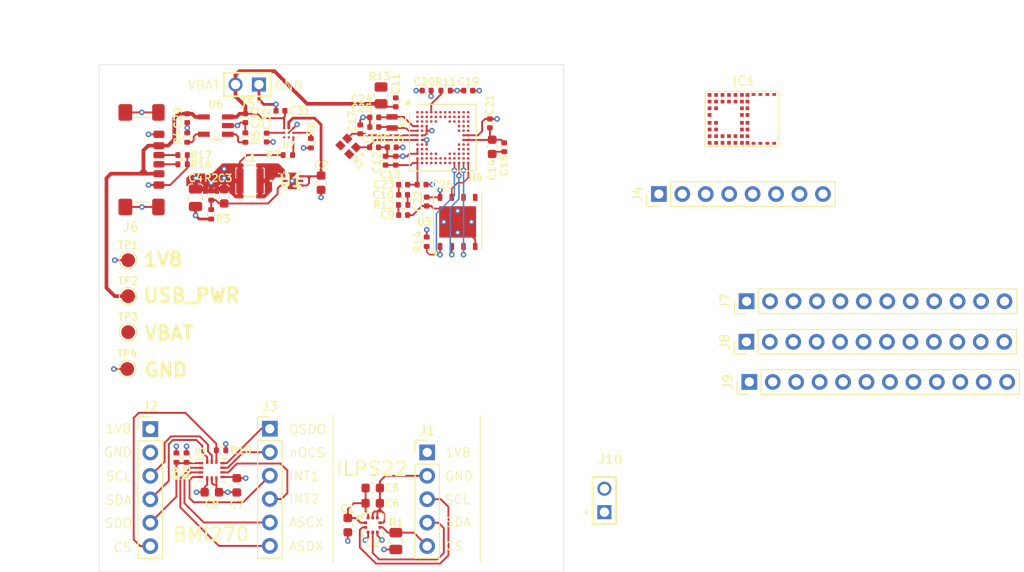
<source format=kicad_pcb>
(kicad_pcb (version 20240108) (generator "pcbnew") (generator_version "8.0")
  (layers (0 "F.Cu" signal) (1 "In1.Cu" signal) (2 "In2.Cu" signal) (31 "B.Cu" signal) (34 "B.Paste" user) (35 "F.Paste" user) (36 "B.SilkS" user "B.Silkscreen") (37 "F.SilkS" user "F.Silkscreen") (38 "B.Mask" user) (39 "F.Mask" user) (44 "Edge.Cuts" user))
  (net 0 "")
  (net 1 "1V8")
  (net 2 "GND")
  (net 3 "V_IN")
  (net 4 "Net-(U1-VOUT(FB))")
  (net 6 "Net-(IC1-DGND_1)")
  (net 8 "BLE_WAKE")
  (net 12 "BLE_UART_RX")
  (net 13 "BLE_RESET")
  (net 24 "BLE_UART_TX")
  (net 25 "BLE_CLK")
  (net 30 "BLE_SWD")
  (net 31 "ILP_SCL")
  (net 32 "ILP_SDA")
  (net 33 "ILP_CS")
  (net 34 "VBAT")
  (net 35 "Net-(J6-CC2)")
  (net 36 "5V_USB")
  (net 37 "Net-(J6-CC1)")
  (net 38 "/Fallyx_EVK_3/BMI_SDO")
  (net 39 "/Fallyx_EVK_3/BMI_CS")
  (net 40 "/Fallyx_EVK_3/BMI_OSDO")
  (net 41 "/Fallyx_EVK_3/BMI_INT1")
  (net 42 "/Fallyx_EVK_3/BMI_SCL")
  (net 43 "/Fallyx_EVK_3/BMI_ASCX")
  (net 44 "/Fallyx_EVK_3/BMI_INT2")
  (net 45 "/Fallyx_EVK_3/BMI_SDA")
  (net 46 "/Fallyx_EVK_3/BMI_nOCS")
  (net 47 "/Fallyx_EVK_3/BMI_ASDX")
  (net 49 "PD7")
  (net 51 "I2C1_SDA")
  (net 52 "I2C1_SCL")
  (net 53 "QSPI_BK1_NCS")
  (net 54 "PE9")
  (net 55 "ENLV")
  (net 56 "PB1")
  (net 57 "STM_STATUS1")
  (net 58 "PA9")
  (net 59 "I2C2_SDA")
  (net 61 "ENHV")
  (net 62 "STM_RTC_N")
  (net 63 "JTMS_SWDIO")
  (net 64 "JTMS_SWCLK")
  (net 65 "/Fallyx_EVK_4/STM_BOOT0")
  (net 66 "I2C2_SCL")
  (net 67 "PA10")
  (net 68 "/Fallyx_EVK_4/STM_VDDA")
  (net 69 "PC0")
  (net 71 "PE7")
  (net 77 "MCP_STAT")
  (net 78 "PA1")
  (net 85 "SPI1_MISO")
  (net 86 "Net-(U4-NRST)")
  (net 87 "SPI1_SCK")
  (net 89 "PC1")
  (net 92 "QSPI_BK1_CLK")
  (net 93 "PC4")
  (net 95 "QSPI_BK1_IO1")
  (net 96 "PB13")
  (net 100 "PC5")
  (net 101 "QSPI_BK1_IO2")
  (net 102 "STM_HS_P")
  (net 103 "STM_STATUS0")
  (net 105 "PE3")
  (net 107 "GPOUT")
  (net 108 "STM_STATUS2")
  (net 110 "SINK1")
  (net 111 "QSPI_BK1_IO3")
  (net 113 "PE6")
  (net 114 "QSPI_BK1_IO0")
  (net 115 "SPI_LEVEL_EN")
  (net 117 "PC6")
  (net 118 "NRF_nRESET")
  (net 119 "STM_RTC_P")
  (net 124 "SPI1_MOSI")
  (net 125 "PA0")
  (net 126 "PB0")
  (net 128 "STM_HS_N")
  (net 129 "PB12")
  (net 131 "/Fallyx_EVK_6/BIN")
  (net 132 "Net-(U7-VDD)")
  (net 133 "Net-(U6-PROG)")
  (net 136 "/Fallyx_EVK_6/LX")
  (net 137 "STM_nRST")
  (net 138 "VRTC")
  (footprint "Capacitor_SMD:C_0402_1005Metric" (layer "F.Cu") (at 132.592462 79.107538 180)
    (property "Reference" "C10")
    (property "Value" "10pF" (hide yes))
  )
  (footprint "Capacitor_SMD:C_0603_1608Metric" (layer "F.Cu") (at 113.2 79.275 -90)
    (property "Reference" "C3")
    (property "Value" "150pF" (hide yes))
  )
  (footprint "Connector_PinHeader_2.54mm:PinHeader_1x08_P2.54mm_Vertical" (layer "F.Cu") (at 160.3 79.025 90)
    (property "Reference" "J4")
    (property "Value" "Conn_01x08_Pin" (hide yes))
  )
  (footprint "Capacitor_SMD:C_0402_1005Metric" (layer "F.Cu") (at 131.792462 69.077538 90)
    (property "Reference" "C11")
    (property "Value" "1uF" (hide yes))
  )
  (footprint "Resistor_SMD:R_0402_1005Metric" (layer "F.Cu") (at 108.7 75.8 180)
    (property "Reference" "R16")
    (property "Value" "5.1k" (hide yes))
  )
  (footprint "Capacitor_SMD:C_0402_1005Metric" (layer "F.Cu") (at 132.592462 81.307538)
    (property "Reference" "C9")
    (property "Value" "22nuF" (hide yes))
  )
  (footprint "Capacitor_SMD:C_0603_1608Metric" (layer "F.Cu") (at 123.70145 77.8 -90)
    (property "Reference" "C2")
    (property "Value" "4.7uF" (hide yes))
  )
  (footprint "Capacitor_SMD:C_0402_1005Metric" (layer "F.Cu") (at 134.592462 78.007538)
    (property "Reference" "C26")
    (property "Value" "0.1uF" (hide yes))
  )
  (footprint "Connector_PinHeader_2.54mm:PinHeader_1x12_P2.54mm_Vertical" (layer "F.Cu") (at 169.78 95.05 90)
    (property "Reference" "J8")
    (property "Value" "Conn_01x12_Pin" (hide yes))
  )
  (footprint "Resistor_SMD:R_0402_1005Metric" (layer "F.Cu") (at 132.592462 80.207538)
    (property "Reference" "R12")
    (property "Value" "1k" (hide yes))
  )
  (footprint "MTSW-101-X-X-D-X:SAMTEC_MTSW-101-X-X-D-X" (layer "F.Cu") (at 115.7 67.15 90)
    (property "Reference" "J5")
    (property "Value" "MTSW-101-X-X-D-X" (hide yes))
  )
  (footprint "Resistor_SMD:R_0402_1005Metric" (layer "F.Cu") (at 137.192462 67.807538 180)
    (property "Reference" "R11")
    (property "Value" "10k" (hide yes))
  )
  (footprint "Resistor_SMD:R_0805_2012Metric" (layer "F.Cu") (at 131.799874 116.654901 -90)
    (property "Reference" "R1")
    (property "Value" "0R" (hide yes))
  )
  (footprint "Capacitor_SMD:C_0402_1005Metric" (layer "F.Cu") (at 131.362462 73.957538 180)
    (property "Reference" "C16")
    (property "Value" "0.1uF" (hide yes))
  )
  (footprint "ILPS22QS:HLGA_10L_STM" (layer "F.Cu") (at 129.3 114.92)
    (property "Reference" "U2")
    (property "Value" "ILPS22QSTR" (hide yes))
  )
  (footprint "Capacitor_SMD:C_0402_1005Metric" (layer "F.Cu") (at 141.992462 71.357538 90)
    (property "Reference" "C21")
    (property "Value" "0.1uF" (hide yes))
  )
  (footprint "TestPoint:TestPoint_Pad_D1.5mm" (layer "F.Cu") (at 102.7 98)
    (property "Reference" "TP4")
    (property "Value" "TestPoint" (hide yes))
  )
  (footprint "Capacitor_SMD:C_0402_1005Metric" (layer "F.Cu") (at 139.642462 67.807538 180)
    (property "Reference" "C19")
    (property "Value" "0.1uF" (hide yes))
  )
  (footprint "Resistor_SMD:R_0402_1005Metric" (layer "F.Cu") (at 109.125 107.61 90)
    (property "Reference" "R8")
    (property "Value" "100k" (hide yes))
  )
  (footprint "Package_SON:WSON-8-1EP_6x5mm_P1.27mm_EP3.4x4mm" (layer "F.Cu") (at 138.5 82.05 90)
    (property "Reference" "U5")
    (property "Value" "MX25R3235FZNxx0" (hide yes))
  )
  (footprint "Resistor_SMD:R_0805_2012Metric" (layer "F.Cu") (at 130.192462 68.327538 -90)
    (property "Reference" "R13")
    (property "Value" "0R" (hide yes))
  )
  (footprint "Resistor_SMD:R_0402_1005Metric" (layer "F.Cu") (at 135.145 84.1975 90)
    (property "Reference" "R14")
    (property "Value" "10k" (hide yes))
  )
  (footprint "Capacitor_SMD:C_0402_1005Metric" (layer "F.Cu") (at 135.142462 67.807538 180)
    (property "Reference" "C20")
    (property "Value" "0.1uF" (hide yes))
  )
  (footprint "Resistor_SMD:R_0402_1005Metric" (layer "F.Cu") (at 120.1 74.8 180)
    (property "Reference" "R7")
    (property "Value" "10k" (hide yes))
  )
  (footprint "Capacitor_SMD:C_0402_1005Metric" (layer "F.Cu") (at 109.2 70.8 -90)
    (property "Reference" "C29")
    (property "Value" "10uF" (hide yes))
  )
  (footprint "Connector_PinHeader_2.54mm:PinHeader_1x12_P2.54mm_Vertical" (layer "F.Cu") (at 170.1 99.4 90)
    (property "Reference" "J9")
    (property "Value" "Conn_01x12_Pin" (hide yes))
  )
  (footprint "Connector_USB:USB_C_Receptacle_GCT_USB4135-GF-A_6P_TopMnt_Horizontal" (layer "F.Cu") (at 103.1 75.3 -90)
    (property "Reference" "J6")
    (property "Value" "USB_C_6P" (hide yes))
  )
  (footprint "CM9V-T1A-32.768KHZ-7PF-100PPM-TA-QC:XTAL_CM9V-T1A-32.768KHZ-7PF-100PPM-TA-QC" (layer "F.Cu") (at 131.392462 71.257538 90)
    (property "Reference" "X2")
    (property "Value" "32.768kHz" (hide yes))
  )
  (footprint "Capacitor_SMD:C_0805_2012Metric" (layer "F.Cu") (at 110.1 79.425 -90)
    (property "Reference" "C4")
    (property "Value" "10uF" (hide yes))
  )
  (footprint "Capacitor_SMD:C_0402_1005Metric" (layer "F.Cu") (at 129.462462 71.757538 180)
    (property "Reference" "C25")
    (property "Value" "10pF" (hide yes))
  )
  (footprint "Resistor_SMD:R_0402_1005Metric" (layer "F.Cu") (at 111.8 79.175 90)
    (property "Reference" "R2")
    (property "Value" "200k" (hide yes))
  )
  (footprint "Resistor_SMD:R_0402_1005Metric" (layer "F.Cu") (at 115.5 72.9 -90)
    (property "Reference" "R5")
    (property "Value" "10k" (hide yes))
  )
  (footprint "Capacitor_SMD:C_0603_1608Metric" (layer "F.Cu") (at 142.242462 73.907538 -90)
    (property "Reference" "C14")
    (property "Value" "4.7uF" (hide yes))
  )
  (footprint "Connector_PinHeader_2.54mm:PinHeader_1x05_P2.54mm_Vertical" (layer "F.Cu") (at 135.2 107.04)
    (property "Reference" "J1")
    (property "Value" "Conn_01x05_Pin" (hide yes))
  )
  (footprint "Capacitor_SMD:C_0603_1608Metric" (layer "F.Cu") (at 111.8675 111.36)
    (property "Reference" "C8")
    (property "Value" "0.1uF" (hide yes))
  )
  (footprint "BMI270:XDCR_BMI270" (layer "F.Cu") (at 111.8625 108.96)
    (property "Reference" "U3")
    (property "Value" "BMI270" (hide yes))
  )
  (footprint "Capacitor_SMD:C_0402_1005Metric" (layer "F.Cu") (at 131.792462 75.407538 90)
    (property "Reference" "C13")
    (property "Value" "1uF" (hide yes))
  )
  (footprint "MTSW-101-X-X-D-X:SAMTEC_MTSW-101-X-X-D-X" (layer "F.Cu") (at 154.4 112.25)
    (property "Reference" "J10")
    (property "Value" "MTSW-101-X-X-D-X" (hide yes))
  )
  (footprint "NR3015T4R7M:IND_TAIYO_NR3015_TAY" (layer "F.Cu") (at 116.00145 77.6 180)
    (property "Reference" "L1")
    (property "Value" "4.7uH" (hide yes))
  )
  (footprint "Resistor_SMD:R_0402_1005Metric" (layer "F.Cu") (at 122.6 73.51 90)
    (property "Reference" "R6")
    (property "Value" "10k" (hide yes))
  )
  (footprint "Capacitor_SMD:C_0603_1608Metric" (layer "F.Cu") (at 129.299874 110.904901)
    (property "Reference" "C5")
    (property "Value" "100nF" (hide yes))
  )
  (footprint "Capacitor_SMD:C_0402_1005Metric" (layer "F.Cu") (at 117.8 72.9 -90)
    (property "Reference" "C32")
    (property "Value" "470nF" (hide yes))
  )
  (footprint "Connector_PinHeader_2.54mm:PinHeader_1x12_P2.54mm_Vertical" (layer "F.Cu") (at 169.81 90.65 90)
    (property "Reference" "J7")
    (property "Value" "Conn_01x12_Pin" (hide yes))
  )
  (footprint "Capacitor_SMD:C_0603_1608Metric" (layer "F.Cu") (at 126.599874 114.929901 -90)
    (property "Reference" "C1")
    (property "Value" "100nF" (hide yes))
  )
  (footprint "Capacitor_SMD:C_0402_1005Metric" (layer "F.Cu") (at 143.542462 73.957538 -90)
    (property "Reference" "C15")
    (property "Value" "0.1uF" (hide yes))
  )
  (footprint "Resistor_SMD:R_0402_1005Metric" (layer "F.Cu") (at 108.7 74.8 180)
    (property "Reference" "R17")
    (property "Value" "5.1k" (hide yes))
  )
  (footprint "Capacitor_SMD:C_0402_1005Metric" (layer "F.Cu") (at 132.592462 78.007538 180)
    (property "Reference" "C23")
    (property "Value" "1uF" (hide yes))
  )
  (footprint "Resistor_SMD:R_0402_1005Metric" (layer "F.Cu") (at 109.2 72.9 90)
    (property "Reference" "R4")
    (property "Value" "10k" (hide yes))
  )
  (footprint "TestPoint:TestPoint_Pad_D1.5mm" (layer "F.Cu") (at 102.8 86.2)
    (property "Reference" "TP1")
    (property "Value" "TestPoint" (hide yes))
  )
  (footprint "BQ27421YZFR-G1A:IC_BQ27421YZFR-G1A" (layer "F.Cu") (at 120.2 72.38 180)
    (property "Reference" "U7")
    (property "Value" "BQ27421YZFR-G1A" (hide yes))
  )
  (footprint "Capacitor_SMD:C_0402_1005Metric" (layer "F.Cu") (at 129.442462 73.957538)
    (property "Reference" "C18")
    (property "Value" "10pF" (hide yes))
  )
  (footprint "Capacitor_SMD:C_0402_1005Metric" (layer "F.Cu") (at 135.145 79.8375 -90)
    (property "Reference" "C22")
    (property "Value" "0.1uF" (hide yes))
  )
  (footprint "Capacitor_SMD:C_0402_1005Metric" (layer "F.Cu") (at 129.462462 70.707538 180)
    (property "Reference" "C24")
    (property "Value" "10pF" (hide yes))
  )
  (footprint "XC9236F:XC9236F08CERG" (layer "F.Cu") (at 120.57645 77.6)
    (property "Reference" "U1")
    (property "Value" "XC9236F08CER-G" (hide yes))
  )
  (footprint "Resistor_SMD:R_0402_1005Metric" (layer "F.Cu") (at 108.025 107.61 -90)
    (property "Reference" "R9")
    (property "Value" "100k" (hide yes))
  )
  (footprint "Resistor_SMD:R_0402_1005Metric" (layer "F.Cu") (at 112.8675 106.81)
    (property "Reference" "R10")
    (property "Value" "100k" (hide yes))
  )
  (footprint "Resistor_SMD:R_0402_1005Metric" (layer "F.Cu") (at 111.8 81.225 90)
    (property "Reference" "R3")
    (property "Value" "150k" (hide yes))
  )
  (footprint "Package_BGA:UFBGA-100_7x7mm_Layout12x12_P0.5mm" (layer "F.Cu") (at 136.892462 72.907538)
    (property "Reference" "U4")
    (property "Value" "STM32L431VCIx" (hide yes))
  )
  (footprint "Capacitor_SMD:C_0402_1005Metric" (layer "F.Cu") (at 127.942462 72.007538 90)
    (property "Reference" "C17")
    (property "Value" "10pF" (hide yes))
  )
  (footprint "NCH-RSL10-101S51-ACG:NCHRSL10101S51ACG" (layer "F.Cu") (at 169.3 70.875)
    (property "Reference" "IC1")
    (property "Value" "NCH-RSL10-101S51-ACG" (hide yes))
  )
  (footprint "Capacitor_SMD:C_0402_1005Metric" (layer "F.Cu") (at 119.3 70 180)
    (property "Reference" "C31")
    (property "Value" "1uF" (hide yes))
  )
  (footprint "Capacitor_SMD:C_0402_1005Metric" (layer "F.Cu") (at 130.692462 75.407538 90)
    (property "Reference" "C12")
    (property "Value" "0.1uF" (hide yes))
  )
  (footprint "MCP73831T-2ACI_OT:SOT95P280X145-5N" (layer "F.Cu") (at 112.3 71.6 180)
    (property "Reference" "U6")
    (property "Value" "MCP73831T-2ACI_OT" (hide yes))
  )
  (footprint "Connector_PinHeader_2.54mm:PinHeader_1x06_P2.54mm_Vertical" (layer "F.Cu") (at 105.2 104.51)
    (property "Reference" "J2")
    (property "Value" "Conn_01x06_Pin" (hide yes))
  )
  (footprint "Capacitor_SMD:C_0402_1005Metric" (layer "F.Cu") (at 115.5 70.8 -90)
    (property "Reference" "C30")
    (property "Value" "10uF" (hide yes))
  )
  (footprint "Connector_PinHeader_2.54mm:PinHeader_1x06_P2.54mm_Vertical" (layer "F.Cu") (at 118.15 104.48)
    (property "Reference" "J3")
    (property "Value" "Conn_01x06_Pin" (hide yes))
  )
  (footprint "Capacitor_SMD:C_0603_1608Metric" (layer "F.Cu") (at 114.5675 110.61 -90)
    (property "Reference" "C7")
    (property "Value" "0.1uF" (hide yes))
  )
  (footprint "Capacitor_SMD:C_0603_1608Metric" (layer "F.Cu") (at 129.299874 112.554901)
    (property "Reference" "C6")
    (property "Value" "4.7uF" (hide yes))
  )
  (footprint "ECS-320-CDX-2094:XTAL_ECS-320-CDX-2094" (layer "F.Cu") (at 126.648528 73.856066 135)
    (property "Reference" "X1")
    (property "Value" "8MHz" (hide yes))
  )
  (footprint "TestPoint:TestPoint_Pad_D1.5mm" (layer "F.Cu") (at 102.8 90.1)
    (property "Reference" "TP2")
    (property "Value" "TestPoint" (hide yes))
  )
  (footprint "TestPoint:TestPoint_Pad_D1.5mm" (layer "F.Cu") (at 102.8 94)
    (property "Reference" "TP3")
    (property "Value" "TestPoint" (hide yes))
  )
  (gr_line (start 125 119) (end 125 103) (stroke (width 0.1)) (layer "F.SilkS"))
  (gr_line (start 140.95 119) (end 140.95 103) (stroke (width 0.1)) (layer "F.SilkS"))
  (gr_line (start 99.65 80.45) (end 99.65 65) (stroke (width 0.05)) (layer "Edge.Cuts"))
  (gr_line (start 150 65) (end 150 120) (stroke (width 0.05)) (layer "Edge.Cuts"))
  (gr_line (start 150 120) (end 99.65 120) (stroke (width 0.05)) (layer "Edge.Cuts"))
  (gr_line (start 99.65 65) (end 150 65) (stroke (width 0.05)) (layer "Edge.Cuts"))
  (gr_line (start 99.65 120) (end 99.65 80.45) (stroke (width 0.05)) (layer "Edge.Cuts"))
  (gr_text "INT2" (at 120.2 112.65 0) (layer "F.SilkS") (effects (font (size 1 1) (thickness 0.1)) (justify left bottom)))
  (gr_text "GND" (at 100.1 107.6 0) (layer "F.SilkS") (effects (font (size 1 1) (thickness 0.1)) (justify left bottom)))
  (gr_text "GND" (at 104.4 99 0) (layer "F.SilkS") (effects (font (size 1.5 1.5) (thickness 0.3) (bold yes)) (justify left bottom)))
  (gr_text "GND" (at 137.05 110.2 0) (layer "F.SilkS") (effects (font (size 1 1) (thickness 0.1)) (justify left bottom)))
  (gr_text "OSDO" (at 120.15 105.15 0) (layer "F.SilkS") (effects (font (size 1 1) (thickness 0.1)) (justify left bottom)))
  (gr_text "ASCX" (at 120.15 115.2 0) (layer "F.SilkS") (effects (font (size 1 1) (thickness 0.1)) (justify left bottom)))
  (gr_text "SCL" (at 137.05 112.75 0) (layer "F.SilkS") (effects (font (size 1 1) (thickness 0.1)) (justify left bottom)))
  (gr_text "VBAT" (at 109.2 67.8 0) (layer "F.SilkS") (effects (font (size 1 1) (thickness 0.1)) (justify left bottom)))
  (gr_text "nOCS" (at 120.2 107.65 0) (layer "F.SilkS") (effects (font (size 1 1) (thickness 0.1)) (justify left bottom)))
  (gr_text "INT1" (at 120.2 110.2 0) (layer "F.SilkS") (effects (font (size 1 1) (thickness 0.1)) (justify left bottom)))
  (gr_text "ASDX" (at 120.15 117.8 0) (layer "F.SilkS") (effects (font (size 1 1) (thickness 0.1)) (justify left bottom)))
  (gr_text "CS" (at 137.1 117.8 0) (layer "F.SilkS") (effects (font (size 1 1) (thickness 0.1)) (justify left bottom)))
  (gr_text "BMI270" (at 107.55 116.8 0) (layer "F.SilkS") (effects (font (size 1.5 1.5) (thickness 0.2) (bold yes)) (justify left bottom)))
  (gr_text "VBAT" (at 104.4 95 0) (layer "F.SilkS") (effects (font (size 1.5 1.5) (thickness 0.3) (bold yes)) (justify left bottom)))
  (gr_text "SDO" (at 100.2 115.3 0) (layer "F.SilkS") (effects (font (size 1 1) (thickness 0.1)) (justify left bottom)))
  (gr_text "1V8" (at 104.3 87 0) (layer "F.SilkS") (effects (font (size 1.5 1.5) (thickness 0.3) (bold yes)) (justify left bottom)))
  (gr_text "1V8" (at 137.1 107.65 0) (layer "F.SilkS") (effects (font (size 1 1) (thickness 0.1)) (justify left bottom)))
  (gr_text "SDA" (at 137.1 115.2 0) (layer "F.SilkS") (effects (font (size 1 1) (thickness 0.1)) (justify left bottom)))
  (gr_text "SCL" (at 100.3 110.2 0) (layer "F.SilkS") (effects (font (size 1 1) (thickness 0.1)) (justify left bottom)))
  (gr_text "SDA" (at 100.3 112.8 0) (layer "F.SilkS") (effects (font (size 1 1) (thickness 0.1)) (justify left bottom)))
  (gr_text "1V8" (at 100.3 105.05 0) (layer "F.SilkS") (effects (font (size 1 1) (thickness 0.1)) (justify left bottom)))
  (gr_text "CS" (at 101.15 117.95 0) (layer "F.SilkS") (effects (font (size 1 1) (thickness 0.1)) (justify left bottom)))
  (gr_text "GND" (at 118.6 67.85 0) (layer "F.SilkS") (effects (font (size 1 1) (thickness 0.1)) (justify left bottom)))
  (gr_text "ILPS22" (at 125.2 109.7 0) (layer "F.SilkS") (effects (font (size 1.5 1.5) (thickness 0.2) (bold yes)) (justify left bottom)))
  (gr_text "USB_PWR" (at 104.3 90.9 0) (layer "F.SilkS") (effects (font (size 1.5 1.5) (thickness 0.3) (bold yes)) (justify left bottom)))
  (segment (start 111.0925 111.36) (end 111.0925 110.8075) (width 0.2) (layer "F.Cu") (net 1))
  (segment (start 136.595 78.605) (end 136.595 79.3875) (width 0.2) (layer "F.Cu") (net 1))
  (segment (start 127.454901 114.154901) (end 127.969937 114.669937) (width 0.2) (layer "F.Cu") (net 1))
  (segment (start 127.969937 114.669937) (end 128.515099 114.669937) (width 0.2) (layer "F.Cu") (net 1))
  (segment (start 132.557538 73.957538) (end 131.842462 73.957538) (width 0.2) (layer "F.Cu") (net 1))
  (segment (start 114.9029 77.6) (end 114.9029 75.5471) (width 0.2) (layer "F.Cu") (net 1))
  (segment (start 141.992462 71.837538) (end 141.992462 72.882538) (width 0.2) (layer "F.Cu") (net 1))
  (segment (start 140.842462 67.807538) (end 140.122462 67.807538) (width 0.2) (layer "F.Cu") (net 1))
  (segment (start 135.142462 73.657538) (end 135.142462 73.157538) (width 0.2) (layer "F.Cu") (net 1))
  (segment (start 139.642462 73.157538) (end 142.217462 73.157538) (width 0.2) (layer "F.Cu") (net 1))
  (segment (start 128.524874 110.904901) (end 128.524874 112.554901) (width 0.2) (layer "F.Cu") (net 1))
  (segment (start 126.599874 114.154901) (end 126.599874 113.200126) (width 0.2) (layer "F.Cu") (net 1))
  (segment (start 109.125 106.375) (end 109.125 107.1) (width 0.2) (layer "F.Cu") (net 1))
  (segment (start 113.3775 106.1225) (end 113.3775 106.81) (width 0.2) (layer "F.Cu") (net 1))
  (segment (start 135.145 83.6875) (end 135.145 82.905) (width 0.2) (layer "F.Cu") (net 1))
  (segment (start 139.142462 73.157538) (end 139.642462 73.157538) (width 0.2) (layer "F.Cu") (net 1))
  (segment (start 135.145 82.905) (end 135.15 82.9) (width 0.2) (layer "F.Cu") (net 1))
  (segment (start 141.992462 72.882538) (end 142.242462 73.132538) (width 0.2) (layer "F.Cu") (net 1))
  (segment (start 128.524874 113.424874) (end 128.524874 112.554901) (width 0.2) (layer "F.Cu") (net 1))
  (segment (start 136.595 79.3875) (end 135.175 79.3875) (width 0.2) (layer "F.Cu") (net 1))
  (segment (start 128.799874 113.699874) (end 128.524874 113.424874) (width 0.2) (layer "F.Cu") (net 1))
  (segment (start 143.542462 73.477538) (end 143.197462 73.132538) (width 0.2) (layer "F.Cu") (net 1))
  (segment (start 111.0925 110.8075) (end 111.3625 110.5375) (width 0.2) (layer "F.Cu") (net 1))
  (segment (start 111.3625 110.5375) (end 111.3625 109.8725) (width 0.2) (layer "F.Cu") (net 1))
  (segment (start 127.245099 112.554901) (end 128.524874 112.554901) (width 0.2) (layer "F.Cu") (net 1))
  (segment (start 126.599874 113.200126) (end 127.245099 112.554901) (width 0.2) (layer "F.Cu") (net 1))
  (segment (start 135.142462 73.157538) (end 134.642462 73.157538) (width 0.2) (layer "F.Cu") (net 1))
  (segment (start 115.65 74.8) (end 119.59 74.8) (width 0.2) (layer "F.Cu") (net 1))
  (segment (start 114.9029 75.5471) (end 115.65 74.8) (width 0.2) (layer "F.Cu") (net 1))
  (segment (start 114.4425 109.71) (end 114.5675 109.835) (width 0.2) (layer "F.Cu") (net 1))
  (segment (start 142.217462 73.157538) (end 142.242462 73.132538) (width 0.2) (layer "F.Cu") (net 1))
  (segment (start 115.535 109.835) (end 114.5675 109.835) (width 0.2) (layer "F.Cu") (net 1))
  (segment (start 113.025 109.71) (end 114.4425 109.71) (width 0.2) (layer "F.Cu") (net 1))
  (segment (start 143.197462 73.132538) (end 142.242462 73.132538) (width 0.2) (layer "F.Cu") (net 1))
  (segment (start 130.517401 117.567401) (end 131.799874 117.567401) (width 0.2) (layer "F.Cu") (net 1))
  (segment (start 126.599874 114.154901) (end 127.454901 114.154901) (width 0.2) (layer "F.Cu") (net 1))
  (segment (start 135.622462 68.422462) (end 135.622462 67.807538) (width 0.2) (layer "F.Cu") (net 1))
  (segment (start 102.8 86.2) (end 101.35 86.2) (width 0.2) (layer "F.Cu") (net 1))
  (segment (start 128.799874 114.135099) (end 128.799874 113.699874) (width 0.2) (layer "F.Cu") (net 1))
  (segment (start 136.6 78.6) (end 136.595 78.605) (width 0.2) (layer "F.Cu") (net 1))
  (segment (start 135.175 79.3875) (end 135.145 79.3575) (width 0.2) (layer "F.Cu") (net 1))
  (segment (start 110.2 111.36) (end 111.0925 111.36) (width 0.2) (layer "F.Cu") (net 1))
  (via (at 110.2 111.36) (size 0.6) (drill 0.3) (layers "F.Cu" "B.Cu") (net 1))
  (via (at 113.2 76.3) (size 0.6) (drill 0.3) (layers "F.Cu" "B.Cu") (net 1))
  (via (at 130.517401 117.567401) (size 0.6) (drill 0.3) (layers "F.Cu" "B.Cu") (net 1))
  (via (at 111.8 77.8) (size 0.6) (drill 0.3) (layers "F.Cu" "B.Cu") (net 1))
  (via (at 140.842462 67.807538) (size 0.6) (drill 0.3) (layers "F.Cu" "B.Cu") (net 1))
  (via (at 135.622462 68.422462) (size 0.6) (drill 0.3) (layers "F.Cu" "B.Cu") (net 1))
  (via (at 136.6 78.6) (size 0.6) (drill 0.3) (layers "F.Cu" "B.Cu") (net 1))
  (via (at 132.557538 73.957538) (size 0.6) (drill 0.3) (layers "F.Cu" "B.Cu") (net 1))
  (via (at 135.15 82.9) (size 0.6) (drill 0.3) (layers "F.Cu" "B.Cu") (net 1))
  (via (at 101.35 86.2) (size 0.6) (drill 0.3) (layers "F.Cu" "B.Cu") (net 1))
  (via (at 113.2 77.3) (size 0.6) (drill 0.3) (layers "F.Cu" "B.Cu") (net 1))
  (via (at 110.1 77.3) (size 0.6) (drill 0.3) (layers "F.Cu" "B.Cu") (net 1))
  (via (at 113.3775 106.1225) (size 0.6) (drill 0.3) (layers "F.Cu" "B.Cu") (net 1))
  (via (at 115.535 109.835) (size 0.6) (drill 0.3) (layers "F.Cu" "B.Cu") (net 1))
  (via (at 109.125 106.375) (size 0.6) (drill 0.3) (layers "F.Cu" "B.Cu") (net 1))
  (via (at 135.142462 73.157538) (size 0.6) (drill 0.3) (layers "F.Cu" "B.Cu") (net 1))
  (segment (start 135.707538 72.157538) (end 135.142462 72.157538) (width 0.2) (layer "F.Cu") (net 2))
  (segment (start 134.942462 72.657538) (end 135.142462 72.457538) (width 0.2) (layer "F.Cu") (net 2))
  (segment (start 111.8625 109.8725) (end 111.8625 110.3625) (width 0.2) (layer "F.Cu") (net 2))
  (segment (start 107.35 78.05) (end 109.21 76.19) (width 0.2) (layer "F.Cu") (net 2))
  (segment (start 135.2 109.58) (end 130.67 109.58) (width 0.2) (layer "F.Cu") (net 2))
  (segment (start 129.3 114.135099) (end 129.3 113.65) (width 0.2) (layer "F.Cu") (net 2))
  (segment (start 104.275 70.175) (end 106.0775 70.175) (width 0.2) (layer "F.Cu") (net 2))
  (segment (start 128.982462 71.757538) (end 128.982462 70.707538) (width 0.2) (layer "F.Cu") (net 2))
  (segment (start 109.21 75.8) (end 109.21 74.8) (width 0.2) (layer "F.Cu") (net 2))
  (segment (start 130.074874 113.424748) (end 130.1 113.449874) (width 0.2) (layer "F.Cu") (net 2))
  (segment (start 114.5425 111.36) (end 114.5675 111.385) (width 0.2) (layer "F.Cu") (net 2))
  (segment (start 119.60145 77.6) (end 120.57645 77.6) (width 0.2) (layer "F.Cu") (net 2))
  (segment (start 128.799874 116.250126) (end 128.799874 115.704901) (width 0.2) (layer "F.Cu") (net 2))
  (segment (start 139.142462 72.657538) (end 139.642462 72.657538) (width 0.2) (layer "F.Cu") (net 2))
  (segment (start 112.3625 110.55) (end 112.3625 111.08) (width 0.2) (layer "F.Cu") (net 2))
  (segment (start 110.1 80.375) (end 110.1 81.35) (width 0.3) (layer "F.Cu") (net 2))
  (segment (start 130.1 113.449874) (end 129.800126 113.449874) (width 0.2) (layer "F.Cu") (net 2))
  (segment (start 134.142462 74.157538) (end 134.142462 74.657538) (width 0.2) (layer "F.Cu") (net 2))
  (segment (start 132.55 74.927538) (end 131.792462 74.927538) (width 0.2) (layer "F.Cu") (net 2))
  (segment (start 121.55145 77.6) (end 120.57645 77.6) (width 0.2) (layer "F.Cu") (net 2))
  (segment (start 130.074874 113.224874) (end 130.299874 113.449874) (width 0.2) (layer "F.Cu") (net 2))
  (segment (start 129.922462 73.957538) (end 130.882462 73.957538) (width 0.2) (layer "F.Cu") (net 2))
  (segment (start 130.55 114.55) (end 130.55 113.7) (width 0.2) (layer "F.Cu") (net 2))
  (segment (start 114.97 71.28) (end 114.65 71.6) (width 0.2) (layer "F.Cu") (net 2))
  (segment (start 106.1325 72.55) (end 105 72.55) (width 0.2) (layer "F.Cu") (net 2))
  (segment (start 111.8 81.735) (end 110.485 81.735) (width 0.3) (layer "F.Cu") (net 2))
  (segment (start 127.942462 71.527538) (end 127.942462 71.007538) (width 0.2) (layer "F.Cu") (net 2))
  (segment (start 102.4975 80.425) (end 106.0775 80.425) (width 0.2) (layer "F.Cu") (net 2))
  (segment (start 106.1325 78.05) (end 107.35 78.05) (width 0.2) (layer "F.Cu") (net 2))
  (segment (start 130.074874 112.554901) (end 130.074874 113.175126) (width 0.2) (layer "F.Cu") (net 2))
  (segment (start 128.5 116.55) (end 128.799874 116.250126) (width 0.2) (layer "F.Cu") (net 2))
  (segment (start 130.299874 113.449874) (end 130.1 113.449874) (width 0.2) (layer "F.Cu") (net 2))
  (segment (start 135.742462 78.007538) (end 135.75 78) (width 0.2) (layer "F.Cu") (net 2))
  (segment (start 139.162462 67.807538) (end 137.702462 67.807538) (width 0.2) (layer "F.Cu") (net 2))
  (segment (start 127.942462 71.007538) (end 128.242462 70.707538) (width 0.2) (layer "F.Cu") (net 2))
  (segment (start 116.97 66.92) (end 116.97 68.77) (width 0.3) (layer "F.Cu") (net 2))
  (segment (start 128.242462 70.707538) (end 128.982462 70.707538) (width 0.2) (layer "F.Cu") (net 2))
  (segment (start 129.3 113.65) (end 129.5 113.45) (width 0.2) (layer "F.Cu") (net 2))
  (segment (start 123.70145 79.4) (end 123.70145 78.575) (width 0.2) (layer "F.Cu") (net 2))
  (segment (start 132.55 74.927538) (end 133.022462 74.927538) (width 0.2) (layer "F.Cu") (net 2))
  (segment (start 129.800126 113.45) (end 129.800126 114.135099) (width 0.2) (layer "F.Cu") (net 2))
  (segment (start 113.59 111.36) (end 112.6425 111.36) (width 0.2) (layer "F.Cu") (net 2))
  (segment (start 135.145 80.3175) (end 135.6175 80.3175) (width 0.2) (layer "F.Cu") (net 2))
  (segment (start 141.472462 70.877538) (end 141.992462 70.877538) (width 0.2) (layer "F.Cu") (net 2))
  (segment (start 120.2 72.38) (end 120.7 71.88) (width 0.16) (layer "F.Cu") (net 2))
  (segment (start 111.8625 110.3625) (end 112.05 110.55) (width 0.2) (layer "F.Cu") (net 2))
  (segment (start 115.5 72.39) (end 115.5 71.28) (width 0.2) (layer "F.Cu") (net 2))
  (segment (start 135.9 80.6) (end 136.8 80.6) (width 0.2) (layer "F.Cu") (net 2))
  (segment (start 129.800126 113.449874) (end 129.800126 113.45) (width 0.2) (layer "F.Cu") (net 2))
  (segment (start 130.882462 73.957538) (end 130.882462 74.737538) (width 0.2) (layer "F.Cu") (net 2))
  (segment (start 116.97 68.77) (end 117.5 69.3) (width 0.3) (layer "F.Cu") (net 2))
  (segment (start 112.05 110.55) (end 112.3625 110.55) (width 0.2) (layer "F.Cu") (net 2))
  (segment (start 133.022462 74.927538) (end 133.292462 74.657538) (width 0.2) (layer "F.Cu") (net 2))
  (segment (start 118.82 69.3) (end 118.82 70) (width 0.2) (layer "F.Cu") (net 2))
  (segment (start 135.142462 72.457538) (end 135.142462 72.157538) (width 0.2) (layer "F.Cu") (net 2))
  (segment (start 138.5 82.05) (end 140 82.05) (width 0.2) (layer "F.Cu") (net 2))
  (segment (start 130.55 113.7) (end 130.299874 113.449874) (width 0.2) (layer "F.Cu") (net 2))
  (segment (start 130.074874 113.175126) (end 130.074874 113.424748) (width 0.2) (layer "F.Cu") (net 2))
  (segment (start 134.642462 72.657538) (end 134.942462 72.657538) (width 0.2) (layer "F.Cu") (net 2))
  (segment (start 130.074874 110.904901) (end 130.074874 112.554901) (width 0.2) (layer "F.Cu") (net 2))
  (segment (start 138.5 82.05) (end 138.5 80.85) (width 0.2) (layer "F.Cu") (net 2))
  (segment (start 133.642462 81.307538) (end 133.072462 81.307538) (width 0.2) (layer "F.Cu") (net 2))
  (segment (start 109.21 76.19) (end 109.21 75.8) (width 0.2) (layer "F.Cu") (net 2))
  (segment (start 109.2 72.39) (end 109.2 71.85) (width 0.2) (layer "F.Cu") (net 2))
  (segment (start 109.2 71.28) (end 109.2 71.85) (width 0.2) (layer "F.Cu") (net 2))
  (segment (start 141.15 72.2) (end 141.15 71.2) (width 0.2) (layer "F.Cu") (net 2))
  (segment (start 101.25 98) (end 102.7 98) (width 0.2) (layer "F.Cu") (net 2))
  (segment (start 108.025 106.375) (end 108.025 107.1) (width 0.2) (layer "F.Cu") (net 2))
  (segment (start 141.15 71.2) (end 141.472462 70.877538) (width 0.2) (layer "F.Cu") (net 2))
  (segment (start 113.5954 71.6) (end 114.65 71.6) (width 0.2) (layer "F.Cu") (net 2))
  (segment (start 142.487462 74.437538) (end 142.242462 74.682538) (width 0.2) (layer "F.Cu") (net 2))
  (segment (start 135.142462 72.157538) (end 135.142462 71.657538) (width 0.2) (layer "F.Cu") (net 2))
  (segment (start 117.5 69.3) (end 118.82 69.3) (width 0.3) (layer "F.Cu") (net 2))
  (segment (start 139.642462 72.657538) (end 140.692462 72.657538) (width 0.2) (layer "F.Cu") (net 2))
  (segment (start 130.084901 114.669937) (end 130.430063 114.669937) (width 0.2) (layer "F.Cu") (net 2))
  (segment (start 129.800126 116.050126) (end 130.3 116.55) (width 0.2) (layer "F.Cu") (net 2))
  (segment (start 113.59 111.36) (end 114.5425 111.36) (width 0.2) (layer "F.Cu") (net 2))
  (segment (start 132.112462 79.107538) (end 132.112462 78.007538) (width 0.2) (layer "F.Cu") (net 2))
  (segment (start 110.485 81.735) (end 110.1 81.35) (width 0.3) (layer "F.Cu") (net 2))
  (segment (start 115.5 71.28) (end 114.97 71.28) (width 0.2) (layer "F.Cu") (net 2))
  (segment (start 131.792462 74.927538) (end 130.692462 74.927538) (width 0.2) (layer "F.Cu") (net 2))
  (segment (start 130.074874 113.175126) (end 129.800126 113.449874) (width 0.2) (layer "F.Cu") (net 2))
  (segment (start 134.6325 80.3175) (end 133.642462 81.307538) (width 0.2) (layer "F.Cu") (net 2))
  (segment (start 130.67 109.58) (end 130.074874 110.175126) (width 0.2) (layer "F.Cu") (net 2))
  (segment (start 129.5 113.45) (end 129.800126 113.45) (width 0.2) (layer "F.Cu") (net 2))
  (segment (start 112.3625 111.08) (end 112.6425 111.36) (width 0.2) (layer "F.Cu") (net 2))
  (segment (start 126.599874 115.704901) (end 126.599874 116.649874) (width 0.2) (layer "F.Cu") (net 2))
  (segment (start 140.405 84.7125) (end 140.405 83.955) (width 0.2) (layer "F.Cu") (net 2))
  (segment (start 106.1325 78.05) (end 105 78.05) (width 0.2) (layer "F.Cu") (net 2))
  (segment (start 134.007538 67.807538) (end 134.662462 67.807538) (width 0.2) (layer "F.Cu") (net 2))
  (segment (start 130.882462 74.737538) (end 130.692462 74.927538) (width 0.2) (layer "F.Cu") (net 2))
  (segment (start 104.275 70.175) (end 102.4975 70.175) (width 0.2) (layer "F.Cu") (net 2))
  (segment (start 133.292462 74.657538) (end 134.142462 74.657538) (width 0.2) (layer "F.Cu") (net 2))
  (segment (start 138.5 82.05) (end 138.5 83.2) (width 0.2) (layer "F.Cu") (net 2))
  (segment (start 121.8 74.02) (end 122.6 74.02) (width 0.2) (layer "F.Cu") (net 2))
  (segment (start 130.074874 110.175126) (end 130.074874 110.904901) (width 0.2) (layer "F.Cu") (net 2))
  (segment (start 112.3625 109.8725) (end 112.3625 110.55) (width 0.2) (layer "F.Cu") (net 2))
  (segment (start 129.800126 115.704901) (end 129.800126 116.050126) (width 0.2) (layer "F.Cu") (net 2))
  (segment (start 135.6175 80.3175) (end 135.9 80.6) (width 0.2) (layer "F.Cu") (net 2))
  (segment (start 143.542462 74.437538) (end 142.487462 74.437538) (width 0.2) (layer "F.Cu") (net 2))
  (segment (start 135.145 80.3175) (end 134.6325 80.3175) (width 0.2) (layer "F.Cu") (net 2))
  (segment (start 142.772462 70.877538) (end 141.992462 70.877538) (width 0.2) (layer "F.Cu") (net 2))
  (segment (start 140.692462 72.657538) (end 141.15 72.2) (width 0.2) (layer "F.Cu") (net 2))
  (segment (start 118.5 73.38) (end 117.8 73.38) (width 0.2) (layer "F.Cu") (net 2))
  (segment (start 126.599874 116.649874) (end 126.6 116.65) (width 0.2) (layer "F.Cu") (net 2))
  (segment (start 130.074874 113.175126) (end 130.074874 113.224874) (width 0.2) (layer "F.Cu") (net 2))
  (segment (start 121.1 71.48) (end 120.7 71.88) (width 0.2) (layer "F.Cu") (net 2))
  (segment (start 130.430063 114.669937) (end 130.55 114.55) (width 0.2) (layer "F.Cu") (net 2))
  (segment (start 140.405 83.955) (end 138.5 82.05) (width 0.2) (layer "F.Cu") (net 2))
  (segment (start 135.072462 78.007538) (end 135.742462 78.007538) (width 0.2) (layer "F.Cu") (net 2))
  (via (at 123.70145 79.4) (size 0.6) (drill 0.3) (layers "F.Cu" "B.Cu") (net 2))
  (via (at 137 82.05) (size 0.6) (drill 0.3) (layers "F.Cu" "B.Cu") (net 2))
  (via (at 121.1 71.48) (size 0.6) (drill 0.3) (layers "F.Cu" "B.Cu") (net 2))
  (via (at 118.5 73.38) (size 0.6) (drill 0.3) (layers "F.Cu" "B.Cu") (net 2))
  (via (at 118.82 69.3) (size 0.6) (drill 0.3) (layers "F.Cu" "B.Cu") (net 2))
  (via (at 104.3 80.425) (size 0.6) (drill 0.3) (layers "F.Cu" "B.Cu") (net 2))
  (via (at 104.275 70.175) (size 0.6) (drill 0.3) (layers "F.Cu" "B.Cu") (net 2))
  (via (at 126.6 116.65) (size 0.6) (drill 0.3) (layers "F.Cu" "B.Cu") (net 2))
  (via (at 109.2 71.85) (size 0.6) (drill 0.3) (layers "F.Cu" "B.Cu") (net 2))
  (via (at 130.3 116.55) (size 0.6) (drill 0.3) (layers "F.Cu" "B.Cu") (net 2))
  (via (at 108.025 106.375) (size 0.6) (drill 0.3) (layers "F.Cu" "B.Cu") (net 2))
  (via (at 138.5 80.85) (size 0.6) (drill 0.3) (layers "F.Cu" "B.Cu") (net 2))
  (via (at 142.772462 70.877538) (size 0.6) (drill 0.3) (layers "F.Cu" "B.Cu") (net 2))
  (via (at 113.59 111.36) (size 0.6) (drill 0.3) (layers "F.Cu" "B.Cu") (net 2))
  (via (at 140 82.05) (size 0.6) (drill 0.3) (layers "F.Cu" "B.Cu") (net 2))
  (via (at 128.5 116.55) (size 0.6) (drill 0.3) (layers "F.Cu" "B.Cu") (net 2))
  (via (at 114.65 71.6) (size 0.6) (drill 0.3) (layers "F.Cu" "B.Cu") (net 2))
  (via (at 105 78.05) (size 0.6) (drill 0.3) (layers "F.Cu" "B.Cu") (net 2))
  (via (at 138.5 83.2) (size 0.6) (drill 0.3) (layers "F.Cu" "B.Cu") (net 2))
  (via (at 134.007538 67.807538) (size 0.6) (drill 0.3) (layers "F.Cu" "B.Cu") (net 2))
  (via (at 121.8 74.02) (size 0.6) (drill 0.3) (layers "F.Cu" "B.Cu") (net 2))
  (via (at 138.45 67.807538) (size 0.6) (drill 0.3) (layers "F.Cu" "B.Cu") (net 2))
  (via (at 120.57645 77.6) (size 0.6) (drill 0.3) (layers "F.Cu" "B.Cu") (net 2))
  (via (at 135.707538 72.157538) (size 0.6) (drill 0.3) (layers "F.Cu" "B.Cu") (net 2))
  (via (at 128.242462 70.707538) (size 0.6) (drill 0.3) (layers "F.Cu" "B.Cu") (net 2))
  (via (at 110.1 81.35) (size 0.6) (drill 0.3) (layers "F.Cu" "B.Cu") (net 2))
  (via (at 105 72.55) (size 0.6) (drill 0.3) (layers "F.Cu" "B.Cu") (net 2))
  (via (at 135.75 78) (size 0.6) (drill 0.3) (layers "F.Cu" "B.Cu") (net 2))
  (via (at 132.55 74.927538) (size 0.6) (drill 0.3) (layers "F.Cu" "B.Cu") (net 2))
  (via (at 101.25 98) (size 0.6) (drill 0.3) (layers "F.Cu" "B.Cu") (net 2))
  (segment (start 122.4 77.3) (end 122.4 77.1) (width 0.2) (layer "F.Cu") (net 3))
  (segment (start 121.55145 78.1) (end 122.15 78.1) (width 0.2) (layer "F.Cu") (net 3))
  (segment (start 122.4 77.3) (end 122.6 77.1) (width 0.2) (layer "F.Cu") (net 3))
  (segment (start 123 70.8) (end 123.70145 71.50145) (width 0.3) (layer "F.Cu") (net 3))
  (segment (start 122.6 77.1) (end 122.4 77.1) (width 0.2) (layer "F.Cu") (net 3))
  (segment (start 122.15 78.1) (end 122.4 77.85) (width 0.2) (layer "F.Cu") (net 3))
  (segment (start 122.4 77.3) (end 122.2 77.1) (width 0.2) (layer "F.Cu") (net 3))
  (segment (start 122.2 77.1) (end 121.55145 77.1) (width 0.2) (layer "F.Cu") (net 3))
  (segment (start 123.62645 77.1) (end 122.6 77.1) (width 0.2) (layer "F.Cu") (net 3))
  (segment (start 123.70145 77.025) (end 123.62645 77.1) (width 0.2) (layer "F.Cu") (net 3))
  (segment (start 123.70145 71.50145) (end 123.70145 77.025) (width 0.3) (layer "F.Cu") (net 3))
  (segment (start 120.65 70.8) (end 123 70.8) (width 0.3) (layer "F.Cu") (net 3))
  (segment (start 120.2 71.88) (end 120.2 71.25) (width 0.3) (layer "F.Cu") (net 3))
  (segment (start 120.2 71.25) (end 120.65 70.8) (width 0.3) (layer "F.Cu") (net 3))
  (segment (start 122.4 77.85) (end 122.4 77.3) (width 0.2) (layer "F.Cu") (net 3))
  (segment (start 122.4 77.1) (end 122.2 77.1) (width 0.2) (layer "F.Cu") (net 3))
  (segment (start 117.95 80.05) (end 113.2 80.05) (width 0.2) (layer "F.Cu") (net 4))
  (segment (start 111.8 80.715) (end 111.8 79.685) (width 0.2) (layer "F.Cu") (net 4))
  (segment (start 113.2 80.05) (end 112.65 80.05) (width 0.2) (layer "F.Cu") (net 4))
  (segment (start 119 79) (end 117.95 80.05) (width 0.2) (layer "F.Cu") (net 4))
  (segment (start 119.60145 78.1) (end 119.3 78.1) (width 0.2) (layer "F.Cu") (net 4))
  (segment (start 119 78.4) (end 119 79) (width 0.2) (layer "F.Cu") (net 4))
  (segment (start 112.285 79.685) (end 111.8 79.685) (width 0.2) (layer "F.Cu") (net 4))
  (segment (start 112.65 80.05) (end 112.285 79.685) (width 0.2) (layer "F.Cu") (net 4))
  (segment (start 119.3 78.1) (end 119 78.4) (width 0.2) (layer "F.Cu") (net 4))
  (segment (start 136.6 119.1) (end 137.5 118.2) (width 0.2) (layer "F.Cu") (net 31))
  (segment (start 137.5 118.2) (end 137.5 112.95) (width 0.2) (layer "F.Cu") (net 31))
  (segment (start 128.515099 115.170063) (end 128.179937 115.170063) (width 0.2) (layer "F.Cu") (net 31))
  (segment (start 129.65 119.1) (end 136.6 119.1) (width 0.2) (layer "F.Cu") (net 31))
  (segment (start 127.9 115.45) (end 127.9 117.35) (width 0.2) (layer "F.Cu") (net 31))
  (segment (start 128.179937 115.170063) (end 127.9 115.45) (width 0.2) (layer "F.Cu") (net 31))
  (segment (start 127.9 117.35) (end 129.65 119.1) (width 0.2) (layer "F.Cu") (net 31))
  (segment (start 136.67 112.12) (end 135.2 112.12) (width 0.2) (layer "F.Cu") (net 31))
  (segment (start 137.5 112.95) (end 136.67 112.12) (width 0.2) (layer "F.Cu") (net 31))
  (segment (start 129.3 115.704901) (end 129.3 117.95) (width 0.2) (layer "F.Cu") (net 32))
  (segment (start 136.3 118.65) (end 137 117.95) (width 0.2) (layer "F.Cu") (net 32))
  (segment (start 129.3 117.95) (end 130 118.65) (width 0.2) (layer "F.Cu") (net 32))
  (segment (start 137 115.25) (end 136.41 114.66) (width 0.2) (layer "F.Cu") (net 32))
  (segment (start 137 117.95) (end 137 115.25) (width 0.2) (layer "F.Cu") (net 32))
  (segment (start 130 118.65) (end 136.3 118.65) (width 0.2) (layer "F.Cu") (net 32))
  (segment (start 136.41 114.66) (end 135.2 114.66) (width 0.2) (layer "F.Cu") (net 32))
  (segment (start 130.370063 115.170063) (end 130.942401 115.742401) (width 0.2) (layer "F.Cu") (net 33))
  (segment (start 130.084901 115.170063) (end 130.370063 115.170063) (width 0.2) (layer "F.Cu") (net 33))
  (segment (start 130.942401 115.742401) (end 131.799874 115.742401) (width 0.2) (layer "F.Cu") (net 33))
  (segment (start 131.799874 115.742401) (end 133.092401 115.742401) (width 0.2) (layer "F.Cu") (net 33))
  (segment (start 133.1 115.75) (end 133.75 115.75) (width 0.2) (layer "F.Cu") (net 33))
  (segment (start 133.75 115.75) (end 135.2 117.2) (width 0.2) (layer "F.Cu") (net 33))
  (segment (start 133.092401 115.742401) (end 133.1 115.75) (width 0.2) (layer "F.Cu") (net 33))
  (segment (start 119.6 70.8) (end 119.7 70.7) (width 0.2) (layer "F.Cu") (net 34))
  (segment (start 114.43 68.43) (end 114.43 66.12) (width 0.4) (layer "F.Cu") (net 34))
  (segment (start 114.85 65.7) (end 118.65 65.7) (width 0.4) (layer "F.Cu") (net 34))
  (segment (start 115.5 69.5) (end 114.43 68.43) (width 0.4) (layer "F.Cu") (net 34))
  (segment (start 122.190038 69.240038) (end 130.192462 69.240038) (width 0.4) (layer "F.Cu") (net 34))
  (segment (start 119.78 70.62) (end 119.7 70.7) (width 0.2) (layer "F.Cu") (net 34))
  (segment (start 119.7 70.9) (end 119.7 71.88) (width 0.2) (layer "F.Cu") (net 34))
  (segment (start 119.78 70) (end 119.78 70.62) (width 0.2) (layer "F.Cu") (net 34))
  (segment (start 116.82 70.32) (end 117.3 70.8) (width 0.2) (layer "F.Cu") (net 34))
  (segment (start 119.7 70.7) (end 119.7 70.9) (width 0.2) (layer "F.Cu") (net 34))
  (segment (start 118.65 65.7) (end 122.190038 69.240038) (width 0.4) (layer "F.Cu") (net 34))
  (segment (start 119.6 70.8) (end 119.7 70.9) (width 0.2) (layer "F.Cu") (net 34))
  (segment (start 114.88 70.32) (end 115.5 70.32) (width 0.4) (layer "F.Cu") (net 34))
  (segment (start 115.5 70.32) (end 116.82 70.32) (width 0.2) (layer "F.Cu") (net 34))
  (segment (start 119.5 70.8) (end 119.6 70.8) (width 0.2) (layer "F.Cu") (net 34))
  (segment (start 115.5 70.32) (end 115.5 69.5) (width 0.4) (layer "F.Cu") (net 34))
  (segment (start 130.509962 69.557538) (end 130.192462 69.240038) (width 0.2) (layer "F.Cu") (net 34))
  (segment (start 113.5954 70.6602) (end 114.5398 70.6602) (width 0.4) (layer "F.Cu") (net 34))
  (segment (start 131.792462 69.557538) (end 130.509962 69.557538) (width 0.2) (layer "F.Cu") (net 34))
  (segment (start 117.3 70.8) (end 119.5 70.8) (width 0.2) (layer "F.Cu") (net 34))
  (segment (start 114.5398 70.6602) (end 114.88 70.32) (width 0.4) (layer "F.Cu") (net 34))
  (segment (start 114.43 66.12) (end 114.85 65.7) (width 0.4) (layer "F.Cu") (net 34))
  (segment (start 106.1325 75.8) (end 108.19 75.8) (width 0.2) (layer "F.Cu") (net 35))
  (segment (start 107.12 73.78) (end 107.8 73.1) (width 0.4) (layer "F.Cu") (net 36))
  (segment (start 109.72 70.32) (end 110.0602 70.6602) (width 0.4) (layer "F.Cu") (net 36))
  (segment (start 108.28 70.32) (end 109.2 70.32) (width 0.4) (layer "F.Cu") (net 36))
  (segment (start 106.1325 76.82) (end 104.8 76.82) (width 0.4) (layer "F.Cu") (net 36))
  (segment (start 101.35 90.1) (end 102.8 90.1) (width 0.4) (layer "F.Cu") (net 36))
  (segment (start 110.0602 70.6602) (end 111.0046 70.6602) (width 0.4) (layer "F.Cu") (net 36))
  (segment (start 107.8 70.8) (end 108.28 70.32) (width 0.4) (layer "F.Cu") (net 36))
  (segment (start 107.8 73.1) (end 107.8 70.8) (width 0.4) (layer "F.Cu") (net 36))
  (segment (start 104.8 76.82) (end 104.45 76.82) (width 0.4) (layer "F.Cu") (net 36))
  (segment (start 104.1 76.82) (end 100.93 76.82) (width 0.4) (layer "F.Cu") (net 36))
  (segment (start 104.8 76.82) (end 104.8 76.8) (width 0.4) (layer "F.Cu") (net 36))
  (segment (start 104.97 73.78) (end 104.45 74.3) (width 0.4) (layer "F.Cu") (net 36))
  (segment (start 104.45 76.45) (end 104.45 76.82) (width 0.4) (layer "F.Cu") (net 36))
  (segment (start 109.2 70.32) (end 109.72 70.32) (width 0.4) (layer "F.Cu") (net 36))
  (segment (start 104.8 76.8) (end 104.45 76.45) (width 0.4) (layer "F.Cu") (net 36))
  (segment (start 106.1325 73.78) (end 104.97 73.78) (width 0.4) (layer "F.Cu") (net 36))
  (segment (start 104.45 76.82) (end 104.1 76.82) (width 0.4) (layer "F.Cu") (net 36))
  (segment (start 104.1 76.8) (end 104.45 76.45) (width 0.4) (layer "F.Cu") (net 36))
  (segment (start 100.45 77.3) (end 100.45 89.2) (width 0.4) (layer "F.Cu") (net 36))
  (segment (start 106.1325 73.78) (end 107.12 73.78) (width 0.4) (layer "F.Cu") (net 36))
  (segment (start 104.1 76.82) (end 104.1 76.8) (width 0.4) (layer "F.Cu") (net 36))
  (segment (start 104.45 74.3) (end 104.45 76.45) (width 0.4) (layer "F.Cu") (net 36))
  (segment (start 100.93 76.82) (end 100.45 77.3) (width 0.4) (layer "F.Cu") (net 36))
  (segment (start 100.45 89.2) (end 101.35 90.1) (width 0.4) (layer "F.Cu") (net 36))
  (segment (start 106.1325 74.8) (end 108.19 74.8) (width 0.2) (layer "F.Cu") (net 37))
  (segment (start 108.025 111.845) (end 108.025 108.12) (width 0.2) (layer "F.Cu") (net 38))
  (segment (start 108.115 108.21) (end 108.025 108.12) (width 0.2) (layer "F.Cu") (net 38))
  (segment (start 105.2 114.67) (end 108.025 111.845) (width 0.2) (layer "F.Cu") (net 38))
  (segment (start 110.7 108.21) (end 108.115 108.21) (width 0.2) (layer "F.Cu") (net 38))
  (segment (start 103.4 116.5) (end 103.4 103.3) (width 0.2) (layer "F.Cu") (net 39))
  (segment (start 103.95 102.75) (end 109 102.75) (width 0.2) (layer "F.Cu") (net 39))
  (segment (start 109 102.75) (end 112.3575 106.1075) (width 0.2) (layer "F.Cu") (net 39))
  (segment (start 103.4 103.3) (end 103.95 102.75) (width 0.2) (layer "F.Cu") (net 39))
  (segment (start 112.3625 108.0475) (end 112.3625 106.815) (width 0.2) (layer "F.Cu") (net 39))
  (segment (start 112.3625 106.815) (end 112.3575 106.81) (width 0.2) (layer "F.Cu") (net 39))
  (segment (start 104.11 117.21) (end 103.4 116.5) (width 0.2) (layer "F.Cu") (net 39))
  (segment (start 105.2 117.21) (end 104.11 117.21) (width 0.2) (layer "F.Cu") (net 39))
  (segment (start 112.3575 106.1075) (end 112.3575 106.81) (width 0.2) (layer "F.Cu") (net 39))
  (segment (start 113.025 108.21) (end 113.49 108.21) (width 0.2) (layer "F.Cu") (net 40))
  (segment (start 113.49 108.21) (end 117.22 104.48) (width 0.2) (layer "F.Cu") (net 40))
  (segment (start 117.22 104.48) (end 118.15 104.48) (width 0.2) (layer "F.Cu") (net 40))
  (segment (start 116.3 111.4) (end 116.31 111.4) (width 0.2) (layer "F.Cu") (net 41))
  (segment (start 109.79 109.71) (end 109.45 110.05) (width 0.2) (layer "F.Cu") (net 41))
  (segment (start 109.9 112.45) (end 115.25 112.45) (width 0.2) (layer "F.Cu") (net 41))
  (segment (start 110.7 109.71) (end 109.79 109.71) (width 0.2) (layer "F.Cu") (net 41))
  (segment (start 115.25 112.45) (end 116.3 111.4) (width 0.2) (layer "F.Cu") (net 41))
  (segment (start 116.31 111.4) (end 118.15 109.56) (width 0.2) (layer "F.Cu") (net 41))
  (segment (start 109.45 112) (end 109.9 112.45) (width 0.2) (layer "F.Cu") (net 41))
  (segment (start 109.45 110.05) (end 109.45 112) (width 0.2) (layer "F.Cu") (net 41))
  (segment (start 107.45 105.3) (end 110.55 105.3) (width 0.2) (layer "F.Cu") (net 42))
  (segment (start 105.2 109.59) (end 106.75 108.04) (width 0.2) (layer "F.Cu") (net 42))
  (segment (start 111.8625 107.3625) (end 111.8625 108.0475) (width 0.2) (layer "F.Cu") (net 42))
  (segment (start 106.75 108.04) (end 106.75 106) (width 0.2) (layer "F.Cu") (net 42))
  (segment (start 111.45 106.95) (end 111.8625 107.3625) (width 0.2) (layer "F.Cu") (net 42))
  (segment (start 110.55 105.3) (end 111.45 106.2) (width 0.2) (layer "F.Cu") (net 42))
  (segment (start 111.45 106.2) (end 111.45 106.95) (width 0.2) (layer "F.Cu") (net 42))
  (segment (start 106.75 106) (end 107.45 105.3) (width 0.2) (layer "F.Cu") (net 42))
  (segment (start 109.64 109.21) (end 108.9 109.95) (width 0.2) (layer "F.Cu") (net 43))
  (segment (start 108.9 112.55) (end 110.99 114.64) (width 0.2) (layer "F.Cu") (net 43))
  (segment (start 110.99 114.64) (end 118.15 114.64) (width 0.2) (layer "F.Cu") (net 43))
  (segment (start 110.7 109.21) (end 109.64 109.21) (width 0.2) (layer "F.Cu") (net 43))
  (segment (start 108.9 109.95) (end 108.9 112.55) (width 0.2) (layer "F.Cu") (net 43))
  (segment (start 120.05 109) (end 119.3 108.25) (width 0.2) (layer "F.Cu") (net 44))
  (segment (start 118.15 112.1) (end 119.4 112.1) (width 0.2) (layer "F.Cu") (net 44))
  (segment (start 119.3 108.25) (end 114.6 108.25) (width 0.2) (layer "F.Cu") (net 44))
  (segment (start 119.4 112.1) (end 120.05 111.45) (width 0.2) (layer "F.Cu") (net 44))
  (segment (start 113.64 109.21) (end 113.025 109.21) (width 0.2) (layer "F.Cu") (net 44))
  (segment (start 120.05 111.45) (end 120.05 109) (width 0.2) (layer "F.Cu") (net 44))
  (segment (start 114.6 108.25) (end 113.64 109.21) (width 0.2) (layer "F.Cu") (net 44))
  (segment (start 107.2 110.13) (end 105.2 112.13) (width 0.2) (layer "F.Cu") (net 45))
  (segment (start 111.3625 108.0475) (end 111.3625 107.5625) (width 0.2) (layer "F.Cu") (net 45))
  (segment (start 110.825 107.025) (end 110.825 106.325) (width 0.2) (layer "F.Cu") (net 45))
  (segment (start 111.3625 107.5625) (end 110.825 107.025) (width 0.2) (layer "F.Cu") (net 45))
  (segment (start 107.65 105.7) (end 107.2 106.15) (width 0.2) (layer "F.Cu") (net 45))
  (segment (start 110.2 105.7) (end 107.65 105.7) (width 0.2) (layer "F.Cu") (net 45))
  (segment (start 107.2 106.15) (end 107.2 110.13) (width 0.2) (layer "F.Cu") (net 45))
  (segment (start 110.825 106.325) (end 110.2 105.7) (width 0.2) (layer "F.Cu") (net 45))
  (segment (start 113.025 108.71) (end 113.59 108.71) (width 0.2) (layer "F.Cu") (net 46))
  (segment (start 113.59 108.71) (end 115.28 107.02) (width 0.2) (layer "F.Cu") (net 46))
  (segment (start 115.28 107.02) (end 118.15 107.02) (width 0.2) (layer "F.Cu") (net 46))
  (segment (start 108.45 109.85) (end 108.45 113) (width 0.2) (layer "F.Cu") (net 47))
  (segment (start 112.63 117.18) (end 118.15 117.18) (width 0.2) (layer "F.Cu") (net 47))
  (segment (start 108.45 113) (end 112.63 117.18) (width 0.2) (layer "F.Cu") (net 47))
  (segment (start 109.59 108.71) (end 108.45 109.85) (width 0.2) (layer "F.Cu") (net 47))
  (segment (start 110.7 108.71) (end 109.59 108.71) (width 0.2) (layer "F.Cu") (net 47))
  (segment (start 136.595 85.6) (end 135.45 85.6) (width 0.16) (layer "F.Cu") (net 53))
  (segment (start 135.45 85.6) (end 135.145 85.295) (width 0.16) (layer "F.Cu") (net 53))
  (segment (start 138.142462 76.45) (end 138.142462 75.657538) (width 0.16) (layer "F.Cu") (net 53))
  (segment (start 135.145 85.295) (end 135.145 84.7075) (width 0.16) (layer "F.Cu") (net 53))
  (segment (start 136.595 85.6) (end 136.595 84.7125) (width 0.16) (layer "F.Cu") (net 53))
  (via (at 136.595 85.6) (size 0.6) (drill 0.3) (layers "F.Cu" "B.Cu") (net 53))
  (via (at 138.142462 76.45) (size 0.6) (drill 0.3) (layers "F.Cu" "B.Cu") (net 53))
  (segment (start 136.2 81.15) (end 136.2 85.205) (width 0.16) (layer "B.Cu") (net 53))
  (segment (start 136.2 85.205) (end 136.595 85.6) (width 0.16) (layer "B.Cu") (net 53))
  (segment (start 138.142462 79.207538) (end 136.2 81.15) (width 0.16) (layer "B.Cu") (net 53))
  (segment (start 138.142462 76.45) (end 138.142462 79.207538) (width 0.16) (layer "B.Cu") (net 53))
  (segment (start 129.942462 70.707538) (end 131.342462 70.707538) (width 0.2) (layer "F.Cu") (net 62))
  (segment (start 133.642462 71.657538) (end 132.642462 70.657538) (width 0.2) (layer "F.Cu") (net 62))
  (segment (start 132.642462 70.657538) (end 131.392462 70.657538) (width 0.2) (layer "F.Cu") (net 62))
  (segment (start 134.142462 71.657538) (end 133.642462 71.657538) (width 0.2) (layer "F.Cu") (net 62))
  (segment (start 131.342462 70.707538) (end 131.392462 70.657538) (width 0.2) (layer "F.Cu") (net 62))
  (segment (start 136.682462 67.807538) (end 136.682462 68.217538) (width 0.2) (layer "F.Cu") (net 65))
  (segment (start 136.682462 68.217538) (end 135.642462 69.257538) (width 0.2) (layer "F.Cu") (net 65))
  (segment (start 135.642462 69.257538) (end 135.642462 70.157538) (width 0.2) (layer "F.Cu") (net 65))
  (segment (start 130.692462 75.887538) (end 131.792462 75.887538) (width 0.2) (layer "F.Cu") (net 68))
  (segment (start 134.112462 78.007538) (end 134.112462 77.887538) (width 0.2) (layer "F.Cu") (net 68))
  (segment (start 134.112462 77.887538) (end 134.142462 77.857538) (width 0.2) (layer "F.Cu") (net 68))
  (segment (start 134.142462 75.157538) (end 134.142462 75.657538) (width 0.2) (layer "F.Cu") (net 68))
  (segment (start 133.412462 75.887538) (end 133.642462 75.657538) (width 0.2) (layer "F.Cu") (net 68))
  (segment (start 133.642462 75.657538) (end 134.142462 75.657538) (width 0.2) (layer "F.Cu") (net 68))
  (segment (start 133.072462 78.007538) (end 134.112462 78.007538) (width 0.2) (layer "F.Cu") (net 68))
  (segment (start 134.142462 77.857538) (end 134.142462 75.657538) (width 0.2) (layer "F.Cu") (net 68))
  (segment (start 131.792462 75.887538) (end 133.412462 75.887538) (width 0.2) (layer "F.Cu") (net 68))
  (segment (start 113.5954 72.5398) (end 114.4398 72.5398) (width 0.2) (layer "F.Cu") (net 77))
  (segment (start 114.7 72.8) (end 114.7 73.3) (width 0.2) (layer "F.Cu") (net 77))
  (segment (start 114.81 73.41) (end 115.5 73.41) (width 0.2) (layer "F.Cu") (net 77))
  (segment (start 114.4398 72.5398) (end 114.7 72.8) (width 0.2) (layer "F.Cu") (net 77))
  (segment (start 114.7 73.3) (end 114.81 73.41) (width 0.2) (layer "F.Cu") (net 77))
  (segment (start 133.072462 79.107538) (end 133.072462 80.177538) (width 0.2) (layer "F.Cu") (net 86))
  (segment (start 133.072462 80.177538) (end 133.102462 80.207538) (width 0.2) (layer "F.Cu") (net 86))
  (segment (start 137.865 85.6) (end 137.865 84.7125) (width 0.16) (layer "F.Cu") (net 95))
  (segment (start 138.642462 77.042462) (end 138.642462 75.657538) (width 0.16) (layer "F.Cu") (net 95))
  (via (at 138.642462 77.042462) (size 0.6) (drill 0.3) (layers "F.Cu" "B.Cu") (net 95))
  (via (at 137.865 85.6) (size 0.6) (drill 0.3) (layers "F.Cu" "B.Cu") (net 95))
  (segment (start 138.642462 79.557538) (end 137.7 80.5) (width 0.16) (layer "B.Cu") (net 95))
  (segment (start 138.642462 77.042462) (end 138.642462 79.557538) (width 0.16) (layer "B.Cu") (net 95))
  (segment (start 137.7 80.5) (end 137.7 85.435) (width 0.16) (layer "B.Cu") (net 95))
  (segment (start 137.7 85.435) (end 137.865 85.6) (width 0.16) (layer "B.Cu") (net 95))
  (segment (start 139.142462 76.442462) (end 139.142462 75.657538) (width 0.16) (layer "F.Cu") (net 101))
  (segment (start 139.135 85.6) (end 139.135 84.7125) (width 0.16) (layer "F.Cu") (net 101))
  (via (at 139.142462 76.442462) (size 0.6) (drill 0.3) (layers "F.Cu" "B.Cu") (net 101))
  (via (at 139.135 85.6) (size 0.6) (drill 0.3) (layers "F.Cu" "B.Cu") (net 101))
  (segment (start 139.135 85.6) (end 139.142462 85.592538) (width 0.16) (layer "B.Cu") (net 101))
  (segment (start 139.142462 85.592538) (end 139.142462 76.442462) (width 0.16) (layer "B.Cu") (net 101))
  (segment (start 129.592462 73.157538) (end 128.962462 73.787538) (width 0.2) (layer "F.Cu") (net 102))
  (segment (start 128.962462 73.787538) (end 128.962462 73.957538) (width 0.2) (layer "F.Cu") (net 102))
  (segment (start 128.962462 73.957538) (end 127.50165 73.957538) (width 0.2) (layer "F.Cu") (net 102))
  (segment (start 134.142462 73.157538) (end 129.592462 73.157538) (width 0.2) (layer "F.Cu") (net 102))
  (segment (start 127.50165 73.957538) (end 127.497056 73.962132) (width 0.2) (layer "F.Cu") (net 102))
  (segment (start 120.7 74.71) (end 120.61 74.8) (width 0.2) (layer "F.Cu") (net 107))
  (segment (start 120.7 72.88) (end 120.7 74.71) (width 0.2) (layer "F.Cu") (net 107))
  (segment (start 139.642462 75.657538) (end 139.642462 77.257538) (width 0.16) (layer "F.Cu") (net 111))
  (segment (start 139.642462 77.257538) (end 139.1 77.8) (width 0.16) (layer "F.Cu") (net 111))
  (segment (start 139.1 77.8) (end 138.5 77.8) (width 0.16) (layer "F.Cu") (net 111))
  (segment (start 137.865 78.435) (end 137.865 79.3875) (width 0.16) (layer "F.Cu") (net 111))
  (segment (start 138.5 77.8) (end 137.865 78.435) (width 0.16) (layer "F.Cu") (net 111))
  (segment (start 129.942462 71.757538) (end 131.292462 71.757538) (width 0.2) (layer "F.Cu") (net 119))
  (segment (start 132.892462 71.857538) (end 131.392462 71.857538) (width 0.2) (layer "F.Cu") (net 119))
  (segment (start 131.292462 71.757538) (end 131.392462 71.857538) (width 0.2) (layer "F.Cu") (net 119))
  (segment (start 134.142462 72.157538) (end 133.192462 72.157538) (width 0.2) (layer "F.Cu") (net 119))
  (segment (start 133.192462 72.157538) (end 132.892462 71.857538) (width 0.2) (layer "F.Cu") (net 119))
  (segment (start 128.642462 72.657538) (end 134.142462 72.657538) (width 0.2) (layer "F.Cu") (net 128))
  (segment (start 127.062462 72.487538) (end 127.942462 72.487538) (width 0.2) (layer "F.Cu") (net 128))
  (segment (start 126.542462 73.007538) (end 127.062462 72.487538) (width 0.2) (layer "F.Cu") (net 128))
  (segment (start 127.942462 72.487538) (end 128.472462 72.487538) (width 0.2) (layer "F.Cu") (net 128))
  (segment (start 128.472462 72.487538) (end 128.642462 72.657538) (width 0.2) (layer "F.Cu") (net 128))
  (segment (start 122.6 73) (end 122.6 72.6) (width 0.2) (layer "F.Cu") (net 131))
  (segment (start 122.38 72.38) (end 120.7 72.38) (width 0.2) (layer "F.Cu") (net 131))
  (segment (start 122.6 72.6) (end 122.38 72.38) (width 0.2) (layer "F.Cu") (net 131))
  (segment (start 117.84 72.38) (end 117.8 72.42) (width 0.2) (layer "F.Cu") (net 132))
  (segment (start 119.7 72.38) (end 117.84 72.38) (width 0.2) (layer "F.Cu") (net 132))
  (segment (start 110.1602 72.5398) (end 111.0046 72.5398) (width 0.2) (layer "F.Cu") (net 133))
  (segment (start 109.9 73.2) (end 109.9 72.8) (width 0.2) (layer "F.Cu") (net 133))
  (segment (start 109.9 72.8) (end 110.1602 72.5398) (width 0.2) (layer "F.Cu") (net 133))
  (segment (start 109.2 73.41) (end 109.69 73.41) (width 0.2) (layer "F.Cu") (net 133))
  (segment (start 109.69 73.41) (end 109.9 73.2) (width 0.2) (layer "F.Cu") (net 133))
  (segment (start 132.082462 81.277538) (end 132.112462 81.307538) (width 0.2) (layer "F.Cu") (net 137))
  (segment (start 132.082462 80.207538) (end 132.082462 81.277538) (width 0.2) (layer "F.Cu") (net 137))
  (zone (net 1) (net_name "1V8") (layer "F.Cu") (priority 1) (connect_pads (clearance 0.2)) (min_thickness 0.2) (fill yes (thermal_gap 0.1) (thermal_bridge_width 0.5))
    (polygon (pts (xy 115.3 75.7) (xy 115.3 79.5) (xy 114.4 79.5) (xy 113.9 79) (xy 109.1 79) (xy 109.1 77.3) (xy 109.6 76.8) (xy 111.9 76.8) (xy 113 75.7)))
  )
  (zone (net 136) (net_name "/Fallyx_EVK_6/LX") (layer "F.Cu") (connect_pads (clearance 0.2)) (min_thickness 0.2) (fill yes (thermal_gap 0.1) (thermal_bridge_width 0.5))
    (polygon (pts (xy 119.8 77.2) (xy 119.8 76.4) (xy 119.1 75.7) (xy 116.64915 75.7) (xy 116.64915 79.4986) (xy 117.6 79.5) (xy 118.4 78.7) (xy 118.4 77.6) (xy 118.8 77.2)))
  )
)
</source>
